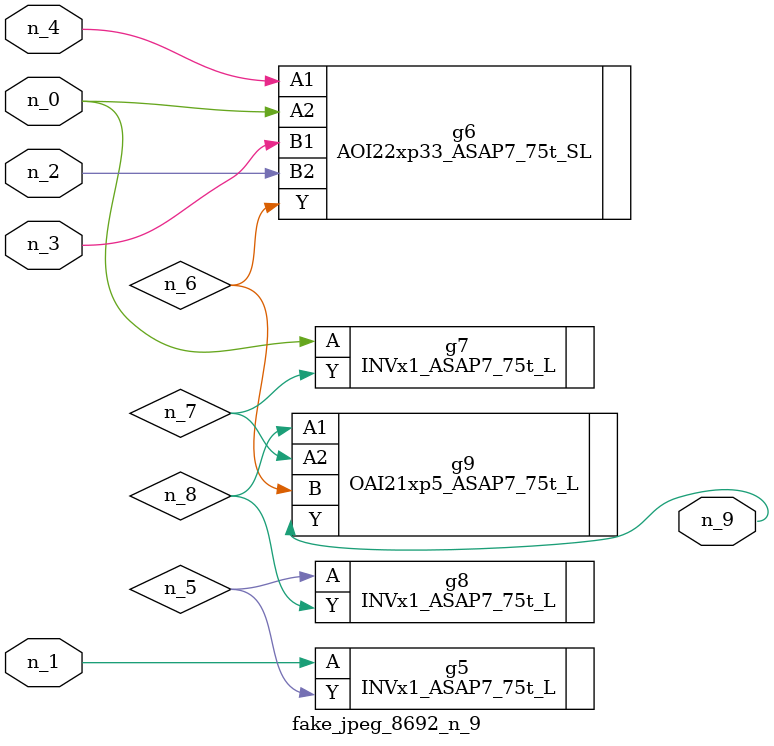
<source format=v>
module fake_jpeg_8692_n_9 (n_3, n_2, n_1, n_0, n_4, n_9);

input n_3;
input n_2;
input n_1;
input n_0;
input n_4;

output n_9;

wire n_8;
wire n_6;
wire n_5;
wire n_7;

INVx1_ASAP7_75t_L g5 ( 
.A(n_1),
.Y(n_5)
);

AOI22xp33_ASAP7_75t_SL g6 ( 
.A1(n_4),
.A2(n_0),
.B1(n_3),
.B2(n_2),
.Y(n_6)
);

INVx1_ASAP7_75t_L g7 ( 
.A(n_0),
.Y(n_7)
);

INVx1_ASAP7_75t_L g8 ( 
.A(n_5),
.Y(n_8)
);

OAI21xp5_ASAP7_75t_L g9 ( 
.A1(n_8),
.A2(n_7),
.B(n_6),
.Y(n_9)
);


endmodule
</source>
